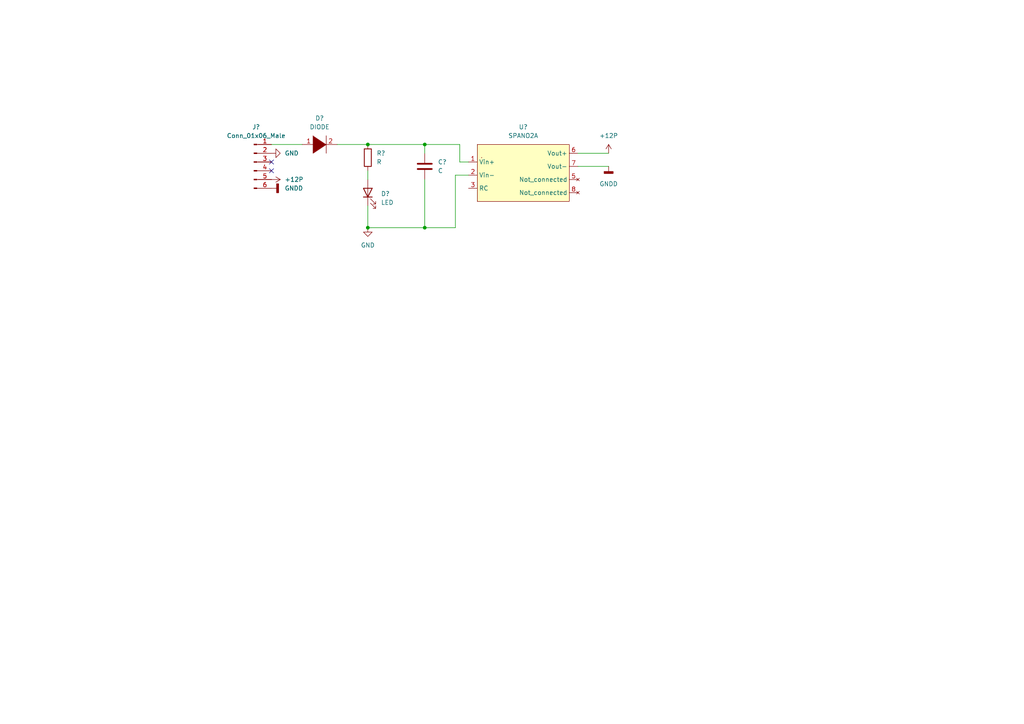
<source format=kicad_sch>
(kicad_sch (version 20211123) (generator eeschema)
  (paper "A4")
  (lib_symbols
    (symbol "Connector:Conn_01x06_Male" (pin_names (offset 1.016) hide)
      (property "Reference" "J" (at 0 7.62 0))
      (property "Value" "Conn_01x06_Male" (at 0 -10.16 0))
      (symbol "Conn_01x06_Male_1_1"
        (polyline (pts (xy 1.27 -7.62) (xy 0.8636 -7.62)) (stroke (width 0.1524)))
        (polyline (pts (xy 1.27 -5.08) (xy 0.8636 -5.08)) (stroke (width 0.1524)))
        (polyline (pts (xy 1.27 -2.54) (xy 0.8636 -2.54)) (stroke (width 0.1524)))
        (polyline (pts (xy 1.27 0) (xy 0.8636 0)) (stroke (width 0.1524)))
        (polyline (pts (xy 1.27 2.54) (xy 0.8636 2.54)) (stroke (width 0.1524)))
        (polyline (pts (xy 1.27 5.08) (xy 0.8636 5.08)) (stroke (width 0.1524)))
        (rectangle (start 0.8636 -7.493) (end 0 -7.747) (stroke (width 0.1524)) (fill (type outline)))
        (rectangle (start 0.8636 -4.953) (end 0 -5.207) (stroke (width 0.1524)) (fill (type outline)))
        (rectangle (start 0.8636 -2.413) (end 0 -2.667) (stroke (width 0.1524)) (fill (type outline)))
        (rectangle (start 0.8636 0.127) (end 0 -0.127) (stroke (width 0.1524)) (fill (type outline)))
        (rectangle (start 0.8636 2.667) (end 0 2.413) (stroke (width 0.1524)) (fill (type outline)))
        (rectangle (start 0.8636 5.207) (end 0 4.953) (stroke (width 0.1524)) (fill (type outline)))
        (pin passive line (at 5.08 5.08 180) (length 3.81) (name "Pin_1") (number "1"))
        (pin passive line (at 5.08 2.54 180) (length 3.81) (name "Pin_2") (number "2"))
        (pin passive line (at 5.08 0 180) (length 3.81) (name "Pin_3") (number "3"))
        (pin passive line (at 5.08 -2.54 180) (length 3.81) (name "Pin_4") (number "4"))
        (pin passive line (at 5.08 -5.08 180) (length 3.81) (name "Pin_5") (number "5"))
        (pin passive line (at 5.08 -7.62 180) (length 3.81) (name "Pin_6") (number "6"))
      )
    )
    (symbol "Device:C" (pin_numbers hide) (pin_names (offset 0.254))
      (property "Reference" "C" (at 0.635 2.54 0))
      (property "Value" "C" (at 0.635 -2.54 0))
      (symbol "C_0_1"
        (polyline (pts (xy -2.032 -0.762) (xy 2.032 -0.762)) (stroke (width 0.508)))
        (polyline (pts (xy -2.032 0.762) (xy 2.032 0.762)) (stroke (width 0.508)))
      )
      (symbol "C_1_1"
        (pin passive line (at 0 3.81 270) (length 2.794) (name "~") (number "1"))
        (pin passive line (at 0 -3.81 90) (length 2.794) (name "~") (number "2"))
      )
    )
    (symbol "Device:LED" (pin_numbers hide) (pin_names (offset 1.016) hide)
      (property "Reference" "D" (at 0 2.54 0))
      (property "Value" "LED" (at 0 -2.54 0))
      (symbol "LED_0_1"
        (polyline (pts (xy -1.27 -1.27) (xy -1.27 1.27)) (stroke (width 0.254)))
        (polyline (pts (xy -1.27 0) (xy 1.27 0)))
        (polyline (pts (xy 1.27 -1.27) (xy 1.27 1.27) (xy -1.27 0) (xy 1.27 -1.27)) (stroke (width 0.254)))
        (polyline (pts (xy -3.048 -0.762) (xy -4.572 -2.286) (xy -3.81 -2.286) (xy -4.572 -2.286) (xy -4.572 -1.524)))
        (polyline (pts (xy -1.778 -0.762) (xy -3.302 -2.286) (xy -2.54 -2.286) (xy -3.302 -2.286) (xy -3.302 -1.524)))
      )
      (symbol "LED_1_1"
        (pin passive line (at -3.81 0 0) (length 2.54) (name "K") (number "1"))
        (pin passive line (at 3.81 0 180) (length 2.54) (name "A") (number "2"))
      )
    )
    (symbol "Device:R" (pin_numbers hide) (pin_names (offset 0))
      (property "Reference" "R" (at 2.032 0 90))
      (property "Value" "R" (at 0 0 90))
      (symbol "R_0_1"
        (rectangle (start -1.016 -2.54) (end 1.016 2.54) (stroke (width 0.254)))
      )
      (symbol "R_1_1"
        (pin passive line (at 0 3.81 270) (length 1.27) (name "~") (number "1"))
        (pin passive line (at 0 -3.81 90) (length 1.27) (name "~") (number "2"))
      )
    )
    (symbol "components:SPANO2A"
      (property "Reference" "U" (at -15.24 0 0))
      (property "Value" "SPANO2A" (at 6.35 -21.59 0))
      (symbol "SPANO2A_0_1"
        (rectangle (start -16.51 -2.54) (end 10.16 -19.05) (fill (type background)))
        (rectangle (start -15.24 -6.35) (end -15.24 -6.35))
        (rectangle (start -15.24 -6.35) (end -15.24 -6.35))
        (rectangle (start -15.24 -6.35) (end -15.24 -6.35))
        (rectangle (start -15.24 -6.35) (end -15.24 -6.35))
        (rectangle (start -15.24 -6.35) (end -15.24 -6.35))
      )
      (symbol "SPANO2A_1_1"
        (pin power_in line (at -19.05 -7.62 0) (length 2.54) (name "Vin+") (number "1"))
        (pin power_in line (at -19.05 -11.43 0) (length 2.54) (name "Vin-") (number "2"))
        (pin power_in line (at -19.05 -15.24 0) (length 2.54) (name "RC") (number "3"))
        (pin no_connect line (at 12.7 -12.7 180) (length 2.54) (name "Not_connected") (number "5"))
        (pin power_out line (at 12.7 -5.08 180) (length 2.54) (name "Vout+") (number "6"))
        (pin power_out line (at 12.7 -8.89 180) (length 2.54) (name "Vout-") (number "7"))
        (pin no_connect line (at 12.7 -16.51 180) (length 2.54) (name "Not_connected") (number "8"))
      )
    )
    (symbol "power:+12P" (power) (pin_names (offset 0))
      (property "Value" "+12P" (at 0 3.556 0))
      (symbol "+12P_0_1"
        (polyline (pts (xy -0.762 1.27) (xy 0 2.54)))
        (polyline (pts (xy 0 0) (xy 0 2.54)))
        (polyline (pts (xy 0 2.54) (xy 0.762 1.27)))
      )
      (symbol "+12P_1_1"
        (pin power_in line (at 0 0 90) (length 0) hide (name "+12P") (number "1"))
      )
    )
    (symbol "power:GND" (power) (pin_names (offset 0))
      (property "Value" "GND" (at 0 -3.81 0))
      (symbol "GND_0_1"
        (polyline (pts (xy 0 0) (xy 0 -1.27) (xy 1.27 -1.27) (xy 0 -2.54) (xy -1.27 -1.27) (xy 0 -1.27)))
      )
      (symbol "GND_1_1"
        (pin power_in line (at 0 0 270) (length 0) hide (name "GND") (number "1"))
      )
    )
    (symbol "power:GNDD" (power) (pin_names (offset 0))
      (property "Value" "GNDD" (at 0 -3.175 0))
      (symbol "GNDD_0_1"
        (rectangle (start -1.27 -1.524) (end 1.27 -2.032) (stroke (width 0.254)) (fill (type outline)))
        (polyline (pts (xy 0 0) (xy 0 -1.524)))
      )
      (symbol "GNDD_1_1"
        (pin power_in line (at 0 0 270) (length 0) hide (name "GNDD") (number "1"))
      )
    )
    (symbol "pspice:DIODE" (pin_names (offset 1.016) hide)
      (property "Reference" "D" (at 0 3.81 0))
      (property "Value" "DIODE" (at 0 -4.445 0))
      (symbol "DIODE_0_1"
        (polyline (pts (xy 1.905 2.54) (xy 1.905 -2.54)))
        (polyline (pts (xy -1.905 2.54) (xy -1.905 -2.54) (xy 1.905 0)) (fill (type outline)))
      )
      (symbol "DIODE_1_1"
        (pin input line (at -5.08 0 0) (length 3.81) (name "K") (number "1"))
        (pin input line (at 5.08 0 180) (length 3.81) (name "A") (number "2"))
      )
    )
  )
  (junction (at 106.68 41.91))
  (junction (at 123.19 41.91))
  (junction (at 106.68 66.04))
  (junction (at 123.19 66.04))
  (no_connect (at 78.74 46.99))
  (no_connect (at 78.74 49.53))
  (wire (pts (xy 167.64 44.45) (xy 176.53 44.45)))
  (wire (pts (xy 106.68 59.69) (xy 106.68 66.04)))
  (wire (pts (xy 167.64 48.26) (xy 176.53 48.26)))
  (wire (pts (xy 78.74 41.91) (xy 87.63 41.91)))
  (wire (pts (xy 132.08 50.8) (xy 135.89 50.8)))
  (wire (pts (xy 106.68 49.53) (xy 106.68 52.07)))
  (wire (pts (xy 132.08 66.04) (xy 132.08 50.8)))
  (wire (pts (xy 123.19 41.91) (xy 106.68 41.91)))
  (wire (pts (xy 123.19 41.91) (xy 133.35 41.91)))
  (wire (pts (xy 133.35 41.91) (xy 133.35 46.99)))
  (wire (pts (xy 123.19 44.45) (xy 123.19 41.91)))
  (wire (pts (xy 123.19 66.04) (xy 123.19 52.07)))
  (wire (pts (xy 106.68 66.04) (xy 123.19 66.04)))
  (wire (pts (xy 123.19 66.04) (xy 132.08 66.04)))
  (wire (pts (xy 133.35 46.99) (xy 135.89 46.99)))
  (wire (pts (xy 97.79 41.91) (xy 106.68 41.91)))
  (symbol (lib_id "power:GND") (at 106.68 66.04 0) (unit 1)
    (property "Reference" "#PWR?" (effects hide))
    (property "Value" "GND" (at 106.68 71.12 0))
  )
  (symbol (lib_id "power:+12P") (at 176.53 44.45 0) (unit 1)
    (property "Reference" "#PWR?" (effects hide))
    (property "Value" "+12P" (at 176.53 39.37 0))
  )
  (symbol (lib_id "power:GND") (at 78.74 44.45 90) (unit 1)
    (property "Reference" "#PWR?" (effects hide))
    (property "Value" "GND" (at 82.55 44.4499 90) (effects (justify right)))
  )
  (symbol (lib_id "Device:R") (at 106.68 45.72 0) (unit 1)
    (property "Reference" "R?" (at 109.22 44.4499 0) (effects (justify left)))
    (property "Value" "R" (at 109.22 46.9899 0) (effects (justify left)))
  )
  (symbol (lib_id "Connector:Conn_01x06_Male") (at 73.66 46.99 0) (unit 1)
    (property "Reference" "J?" (at 74.295 36.83 0))
    (property "Value" "Conn_01x06_Male" (at 74.295 39.37 0))
  )
  (symbol (lib_id "Device:LED") (at 106.68 55.88 90) (unit 1)
    (property "Reference" "D?" (at 110.49 56.1974 90) (effects (justify right)))
    (property "Value" "LED" (at 110.49 58.7374 90) (effects (justify right)))
  )
  (symbol (lib_id "components:SPANO2A") (at 154.94 39.37 0) (unit 1)
    (property "Reference" "U?" (at 151.765 36.83 0))
    (property "Value" "SPANO2A" (at 151.765 39.37 0))
  )
  (symbol (lib_id "power:GNDD") (at 176.53 48.26 0) (unit 1)
    (property "Reference" "#PWR?" (effects hide))
    (property "Value" "GNDD" (at 176.53 53.34 0))
  )
  (symbol (lib_id "power:GNDD") (at 78.74 54.61 90) (unit 1)
    (property "Reference" "#PWR?" (effects hide))
    (property "Value" "GNDD" (at 82.55 54.6099 90) (effects (justify right)))
  )
  (symbol (lib_id "power:+12P") (at 78.74 52.07 270) (unit 1)
    (property "Reference" "#PWR?" (effects hide))
    (property "Value" "+12P" (at 82.55 52.0699 90) (effects (justify left)))
  )
  (symbol (lib_id "Device:C") (at 123.19 48.26 0) (unit 1)
    (property "Reference" "C?" (at 127 46.9899 0) (effects (justify left)))
    (property "Value" "C" (at 127 49.5299 0) (effects (justify left)))
  )
  (symbol (lib_id "pspice:DIODE") (at 92.71 41.91 0) (unit 1)
    (property "Reference" "D?" (at 92.71 34.29 0))
    (property "Value" "DIODE" (at 92.71 36.83 0))
  )
)
</source>
